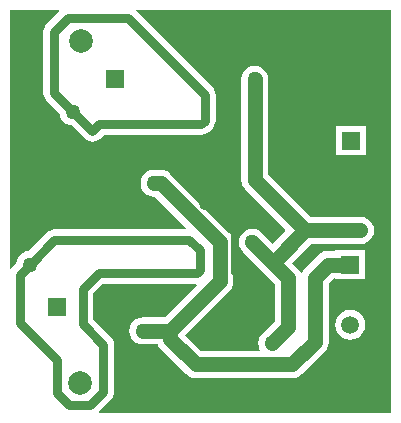
<source format=gbl>
G04 Layer_Physical_Order=2*
G04 Layer_Color=16711680*
%FSLAX25Y25*%
%MOIN*%
G70*
G01*
G75*
%ADD15C,0.03000*%
%ADD16C,0.02500*%
%ADD17C,0.05000*%
%ADD18R,0.05906X0.05906*%
%ADD19C,0.05906*%
%ADD20C,0.07874*%
%ADD21C,0.05000*%
G36*
X129743Y2541D02*
X32399D01*
X32208Y3003D01*
X36355Y7149D01*
X36915Y7881D01*
X37268Y8732D01*
X37389Y9646D01*
Y25197D01*
X37389Y25197D01*
X37268Y26111D01*
X36915Y26962D01*
X36355Y27693D01*
X30499Y33549D01*
Y42435D01*
X33706Y45643D01*
X64752D01*
X64943Y45181D01*
X54222Y34460D01*
X47047D01*
X45873Y34305D01*
X44778Y33852D01*
X43838Y33131D01*
X43117Y32191D01*
X42663Y31096D01*
X42508Y29921D01*
X42663Y28747D01*
X43117Y27652D01*
X43838Y26712D01*
X43838D01*
Y26712D01*
X44778Y25991D01*
X45873Y25537D01*
X47047Y25382D01*
X47047Y25382D01*
X51970D01*
X52172Y24896D01*
X52893Y23956D01*
X61357Y15491D01*
X62297Y14770D01*
X62751Y14582D01*
X63392Y14317D01*
X64567Y14162D01*
X96850D01*
X98025Y14317D01*
X98666Y14582D01*
X99120Y14770D01*
X100060Y15491D01*
X107540Y22972D01*
X107540Y22972D01*
X107540Y22972D01*
X108261Y23912D01*
X108715Y25006D01*
X108870Y26181D01*
Y45758D01*
X110541Y47430D01*
X111189D01*
Y47016D01*
X121095D01*
Y56921D01*
X111189D01*
Y56507D01*
X108661D01*
X107487Y56353D01*
X106392Y55899D01*
X105452Y55178D01*
X105452Y55178D01*
X101121Y50847D01*
X100400Y49907D01*
X100111Y49209D01*
X99611D01*
X99403Y49710D01*
X98682Y50650D01*
X98682Y50650D01*
X96773Y52559D01*
X103061Y58847D01*
X119488D01*
X120663Y59002D01*
X121758Y59455D01*
X122698Y60176D01*
X123419Y61116D01*
X123872Y62211D01*
X124027Y63386D01*
X123872Y64561D01*
X123419Y65655D01*
X122698Y66595D01*
X121758Y67317D01*
X120663Y67770D01*
X119488Y67925D01*
X103061D01*
X88791Y82195D01*
Y113779D01*
X88636Y114954D01*
X88183Y116049D01*
X87461Y116989D01*
X86521Y117710D01*
X85427Y118164D01*
X84252Y118318D01*
X83077Y118164D01*
X81983Y117710D01*
X81042Y116989D01*
X80321Y116049D01*
X79868Y114954D01*
X79713Y113779D01*
Y80315D01*
X79868Y79140D01*
X80133Y78499D01*
X80321Y78045D01*
X81042Y77105D01*
X94512Y63636D01*
Y63136D01*
X90354Y58978D01*
X86674Y62658D01*
X85734Y63380D01*
X84639Y63833D01*
X83465Y63988D01*
X82290Y63833D01*
X81195Y63380D01*
X80255Y62658D01*
X79534Y61718D01*
X79346Y61265D01*
X79080Y60624D01*
X78926Y59449D01*
X78926Y59449D01*
X78926D01*
X78926Y59449D01*
X78926D01*
X79080Y58274D01*
X79534Y57179D01*
X80255Y56239D01*
X80255Y56239D01*
X80255D01*
Y56239D01*
X80255Y56239D01*
X87145Y49350D01*
D01*
X87145Y49350D01*
X87145Y49350D01*
Y49350D01*
X90934Y45561D01*
Y33179D01*
X86751Y28997D01*
X86030Y28057D01*
X85842Y27603D01*
X85576Y26962D01*
X85422Y25787D01*
X85576Y24613D01*
X85842Y23971D01*
X85973Y23655D01*
X85695Y23240D01*
X66447D01*
X61143Y28543D01*
X75847Y43247D01*
X75847Y43247D01*
X76569Y44187D01*
X77022Y45282D01*
X77177Y46457D01*
Y59449D01*
X77022Y60624D01*
X76569Y61718D01*
X75847Y62658D01*
X75847Y62658D01*
X56162Y82343D01*
X55222Y83065D01*
X54769Y83252D01*
X54128Y83518D01*
X52953Y83673D01*
X50787D01*
X49613Y83518D01*
X48518Y83065D01*
X47578Y82343D01*
X46857Y81403D01*
X46403Y80309D01*
X46249Y79134D01*
X46403Y77959D01*
X46857Y76864D01*
X47578Y75924D01*
X48518Y75203D01*
X49613Y74750D01*
X50787Y74595D01*
X51073D01*
X61439Y64228D01*
X61248Y63766D01*
X17520D01*
X16606Y63646D01*
X15755Y63293D01*
X15023Y62732D01*
X8730Y56438D01*
X8077Y56353D01*
X6983Y55899D01*
X6042Y55178D01*
X5321Y54238D01*
X4868Y53143D01*
X4782Y52491D01*
X3409Y51118D01*
X3014Y50604D01*
X2541Y50764D01*
Y136829D01*
X18979D01*
X19170Y136367D01*
X14827Y132024D01*
X14266Y131293D01*
X13913Y130441D01*
X13793Y129528D01*
Y109252D01*
X13913Y108338D01*
X14266Y107487D01*
X14827Y106756D01*
X19250Y102332D01*
X19336Y101680D01*
X19790Y100585D01*
X20511Y99645D01*
X21451Y98924D01*
X22546Y98470D01*
X23198Y98384D01*
X27622Y93960D01*
X28353Y93400D01*
X29204Y93047D01*
X30118Y92927D01*
X31032Y93047D01*
X31883Y93400D01*
X32614Y93960D01*
X33903Y95249D01*
X66496D01*
X67410Y95370D01*
X68261Y95722D01*
X68992Y96283D01*
X70213Y97504D01*
X70213Y97504D01*
X70774Y98235D01*
X71126Y99086D01*
X71247Y100000D01*
X71247Y100000D01*
Y108661D01*
X71126Y109575D01*
X70774Y110426D01*
X70213Y111158D01*
X44622Y136748D01*
X44650Y136829D01*
X129743D01*
Y2541D01*
D02*
G37*
%LPC*%
G36*
X116142Y36964D02*
X114849Y36794D01*
X113644Y36295D01*
X112609Y35501D01*
X111816Y34466D01*
X111317Y33261D01*
X111146Y31969D01*
X111317Y30676D01*
X111816Y29471D01*
X112609Y28436D01*
X113644Y27642D01*
X114849Y27143D01*
X116142Y26973D01*
X117435Y27143D01*
X118640Y27642D01*
X119674Y28436D01*
X120468Y29471D01*
X120967Y30676D01*
X121137Y31969D01*
X120967Y33261D01*
X120468Y34466D01*
X119674Y35501D01*
X118640Y36295D01*
X117435Y36794D01*
X116142Y36964D01*
D02*
G37*
G36*
X121291Y98260D02*
X111386D01*
Y88354D01*
X121291D01*
Y98260D01*
D02*
G37*
%LPD*%
D15*
X23720Y102854D02*
X30118Y96457D01*
X17323Y109252D02*
X23720Y102854D01*
X30118Y96457D02*
X32441Y98779D01*
X17323Y109252D02*
Y129528D01*
X22047Y134252D01*
X42126D01*
X32441Y98779D02*
X66496D01*
X67716Y100000D01*
Y108661D01*
X42126Y134252D02*
X67716Y108661D01*
X9252Y51968D02*
X17520Y60236D01*
X62473D01*
X65963Y56746D01*
Y50215D02*
Y56746D01*
X64921Y49173D02*
X65963Y50215D01*
X32244Y49173D02*
X64921D01*
X26969Y43898D02*
X32244Y49173D01*
X26969Y32087D02*
Y43898D01*
Y32087D02*
X33858Y25197D01*
Y9646D02*
Y25197D01*
X29331Y5118D02*
X33858Y9646D01*
X22244Y5118D02*
X29331D01*
X18307Y9055D02*
X22244Y5118D01*
X18307Y9055D02*
Y20079D01*
X5906Y32480D02*
X18307Y20079D01*
X5906Y32480D02*
Y48622D01*
X9252Y51968D01*
D16*
X111417Y83071D02*
X121653D01*
X125394Y86811D01*
Y100787D01*
X122874Y103307D02*
X125394Y100787D01*
X116339Y103307D02*
X122874D01*
X80315Y46654D02*
X84842D01*
X77559Y49409D02*
X80315Y46654D01*
X77559Y49409D02*
Y67520D01*
X72638Y72441D02*
X77559Y67520D01*
X67913Y72441D02*
X72638D01*
X54921Y85433D02*
X67913Y72441D01*
X29921Y85433D02*
X54921D01*
X23425Y78937D02*
X29921Y85433D01*
X23425Y71653D02*
Y78937D01*
X66339Y27953D02*
X81299D01*
X84842Y31496D01*
Y46654D01*
D17*
X52953Y79134D02*
X72638Y59449D01*
Y46457D02*
Y59449D01*
X56102Y29921D02*
X72638Y46457D01*
X50787Y79134D02*
X52953D01*
X84252Y80315D02*
X101181Y63386D01*
X84252Y80315D02*
Y113779D01*
X90354Y52559D02*
X101181Y63386D01*
X83465Y59449D02*
X90354Y52559D01*
X95472Y47441D01*
X101181Y63386D02*
X119488D01*
X89961Y25787D02*
X95472Y31299D01*
Y47441D01*
X108661Y51968D02*
X116142D01*
X104331Y47638D02*
X108661Y51968D01*
X104331Y26181D02*
Y47638D01*
X96850Y18701D02*
X104331Y26181D01*
X64567Y18701D02*
X96850D01*
X56102Y27165D02*
X64567Y18701D01*
X56102Y27165D02*
Y29921D01*
X47047D02*
X56102D01*
D18*
X23425Y71653D02*
D03*
X18504Y37795D02*
D03*
X37795Y113779D02*
D03*
X116142Y51968D02*
D03*
X116339Y93307D02*
D03*
D19*
X116142Y31969D02*
D03*
Y41969D02*
D03*
X116339Y103307D02*
D03*
D20*
X25945Y12598D02*
D03*
X115945D02*
D03*
X116339Y126575D02*
D03*
X26339D02*
D03*
D21*
X23720Y102854D02*
D03*
X67913Y72441D02*
D03*
X89961Y25787D02*
D03*
X119488Y63386D02*
D03*
X111417Y83071D02*
D03*
X66339Y27953D02*
D03*
X50787Y79134D02*
D03*
X83465Y59449D02*
D03*
X100787Y107480D02*
D03*
X84252Y113779D02*
D03*
X84842Y46654D02*
D03*
X9252Y51968D02*
D03*
X47047Y29921D02*
D03*
X42520Y86417D02*
D03*
M02*

</source>
